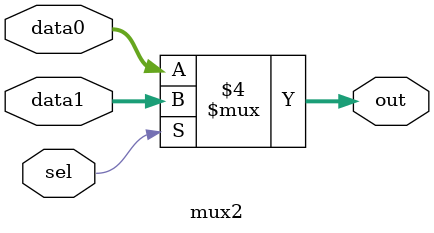
<source format=v>
`timescale 1ns / 1ps
module mux2(        //¶þÑ¡Ò»Êý¾ÝÑ¡ÔñÆ÷£¨32Î»Êý¾ÝÑ¡Ôñ£©
    input [31:0] data0,
    input [31:0] data1,
    input sel,
    output reg [31:0] out
);
    always @* begin
        if (sel == 1'b0) begin
            out = data0;
        end else begin
            out = data1;
        end
    end
endmodule

</source>
